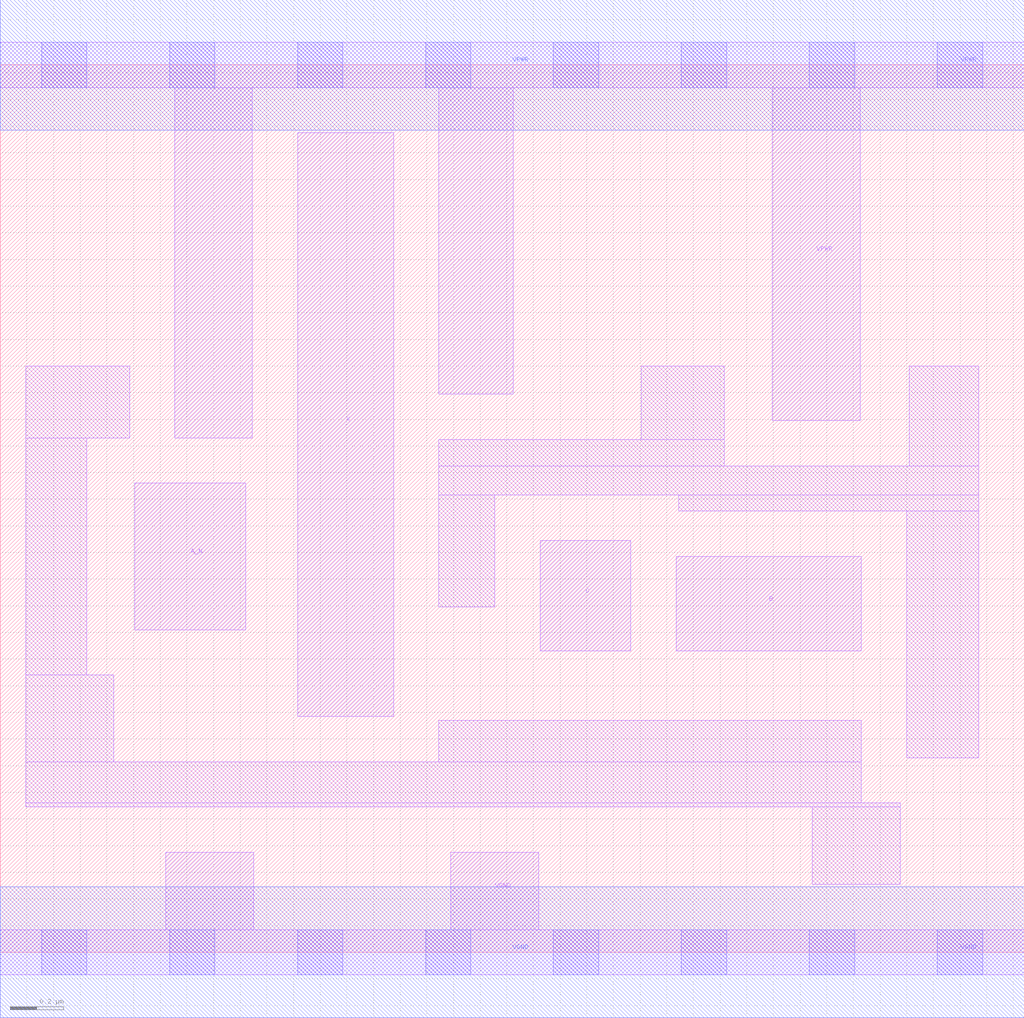
<source format=lef>
# Copyright 2020 The SkyWater PDK Authors
#
# Licensed under the Apache License, Version 2.0 (the "License");
# you may not use this file except in compliance with the License.
# You may obtain a copy of the License at
#
#     https://www.apache.org/licenses/LICENSE-2.0
#
# Unless required by applicable law or agreed to in writing, software
# distributed under the License is distributed on an "AS IS" BASIS,
# WITHOUT WARRANTIES OR CONDITIONS OF ANY KIND, either express or implied.
# See the License for the specific language governing permissions and
# limitations under the License.
#
# SPDX-License-Identifier: Apache-2.0

VERSION 5.7 ;
  NAMESCASESENSITIVE ON ;
  NOWIREEXTENSIONATPIN ON ;
  DIVIDERCHAR "/" ;
  BUSBITCHARS "[]" ;
UNITS
  DATABASE MICRONS 200 ;
END UNITS
MACRO sky130_fd_sc_lp__and3b_2
  CLASS CORE ;
  SOURCE USER ;
  FOREIGN sky130_fd_sc_lp__and3b_2 ;
  ORIGIN  0.000000  0.000000 ;
  SIZE  3.840000 BY  3.330000 ;
  SYMMETRY X Y R90 ;
  SITE unit ;
  PIN A_N
    ANTENNAGATEAREA  0.126000 ;
    DIRECTION INPUT ;
    USE SIGNAL ;
    PORT
      LAYER li1 ;
        RECT 0.505000 1.210000 0.920000 1.760000 ;
    END
  END A_N
  PIN B
    ANTENNAGATEAREA  0.126000 ;
    DIRECTION INPUT ;
    USE SIGNAL ;
    PORT
      LAYER li1 ;
        RECT 2.535000 1.130000 3.230000 1.485000 ;
    END
  END B
  PIN C
    ANTENNAGATEAREA  0.126000 ;
    DIRECTION INPUT ;
    USE SIGNAL ;
    PORT
      LAYER li1 ;
        RECT 2.025000 1.130000 2.365000 1.545000 ;
    END
  END C
  PIN X
    ANTENNADIFFAREA  0.588000 ;
    DIRECTION OUTPUT ;
    USE SIGNAL ;
    PORT
      LAYER li1 ;
        RECT 1.115000 0.885000 1.475000 3.075000 ;
    END
  END X
  PIN VGND
    DIRECTION INOUT ;
    USE GROUND ;
    PORT
      LAYER li1 ;
        RECT 0.000000 -0.085000 3.840000 0.085000 ;
        RECT 0.620000  0.085000 0.950000 0.375000 ;
        RECT 1.690000  0.085000 2.020000 0.375000 ;
      LAYER mcon ;
        RECT 0.155000 -0.085000 0.325000 0.085000 ;
        RECT 0.635000 -0.085000 0.805000 0.085000 ;
        RECT 1.115000 -0.085000 1.285000 0.085000 ;
        RECT 1.595000 -0.085000 1.765000 0.085000 ;
        RECT 2.075000 -0.085000 2.245000 0.085000 ;
        RECT 2.555000 -0.085000 2.725000 0.085000 ;
        RECT 3.035000 -0.085000 3.205000 0.085000 ;
        RECT 3.515000 -0.085000 3.685000 0.085000 ;
      LAYER met1 ;
        RECT 0.000000 -0.245000 3.840000 0.245000 ;
    END
  END VGND
  PIN VPWR
    DIRECTION INOUT ;
    USE POWER ;
    PORT
      LAYER li1 ;
        RECT 0.000000 3.245000 3.840000 3.415000 ;
        RECT 0.655000 1.930000 0.945000 3.245000 ;
        RECT 1.645000 2.095000 1.925000 3.245000 ;
        RECT 2.895000 1.995000 3.225000 3.245000 ;
      LAYER mcon ;
        RECT 0.155000 3.245000 0.325000 3.415000 ;
        RECT 0.635000 3.245000 0.805000 3.415000 ;
        RECT 1.115000 3.245000 1.285000 3.415000 ;
        RECT 1.595000 3.245000 1.765000 3.415000 ;
        RECT 2.075000 3.245000 2.245000 3.415000 ;
        RECT 2.555000 3.245000 2.725000 3.415000 ;
        RECT 3.035000 3.245000 3.205000 3.415000 ;
        RECT 3.515000 3.245000 3.685000 3.415000 ;
      LAYER met1 ;
        RECT 0.000000 3.085000 3.840000 3.575000 ;
    END
  END VPWR
  OBS
    LAYER li1 ;
      RECT 0.095000 0.545000 3.375000 0.560000 ;
      RECT 0.095000 0.560000 3.230000 0.715000 ;
      RECT 0.095000 0.715000 0.425000 1.040000 ;
      RECT 0.095000 1.040000 0.325000 1.930000 ;
      RECT 0.095000 1.930000 0.485000 2.200000 ;
      RECT 1.645000 0.715000 3.230000 0.870000 ;
      RECT 1.645000 1.295000 1.855000 1.715000 ;
      RECT 1.645000 1.715000 3.670000 1.825000 ;
      RECT 1.645000 1.825000 2.715000 1.925000 ;
      RECT 2.405000 1.925000 2.715000 2.200000 ;
      RECT 2.545000 1.655000 3.670000 1.715000 ;
      RECT 3.045000 0.255000 3.375000 0.545000 ;
      RECT 3.400000 0.730000 3.670000 1.655000 ;
      RECT 3.410000 1.825000 3.670000 2.200000 ;
  END
END sky130_fd_sc_lp__and3b_2

</source>
